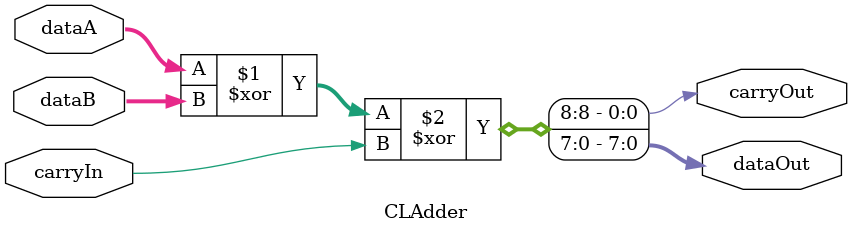
<source format=sv>
`timescale 1ns/1ns
 module CLAdder(input [7:0] dataA,dataB ,input carryIn ,output [7:0] dataOut, output carryOut);

assign #106 {carryOut,dataOut} = dataA ^ dataB ^ carryIn ;



endmodule  
</source>
